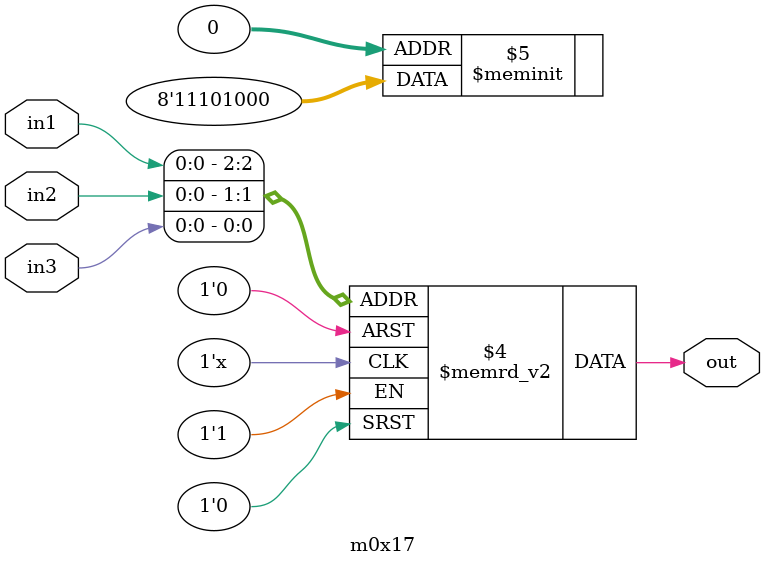
<source format=v>
module m0x17(output out, input in1, in2, in3);

   always @(in1, in2, in3)
     begin
        case({in1, in2, in3})
          3'b000: {out} = 1'b0;
          3'b001: {out} = 1'b0;
          3'b010: {out} = 1'b0;
          3'b011: {out} = 1'b1;
          3'b100: {out} = 1'b0;
          3'b101: {out} = 1'b1;
          3'b110: {out} = 1'b1;
          3'b111: {out} = 1'b1;
        endcase // case ({in1, in2, in3})
     end // always @ (in1, in2, in3)

endmodule // m0x17
</source>
